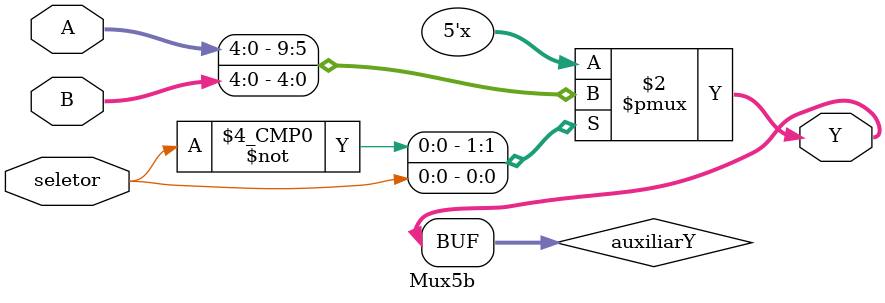
<source format=v>
module Mux5b(
    input wire seletor,
    input wire [4:0] A,
    input wire [4:0] B,
    output wire [4:0] Y          
);

    reg [4:0] auxiliarY;

    always @(*) begin
        case (seletor)
            0: auxiliarY = A;
            1: auxiliarY = B;
            default: auxiliarY = 32'b00000; // Operação inválida
        endcase
    end

    assign Y = auxiliarY;
    
endmodule

</source>
